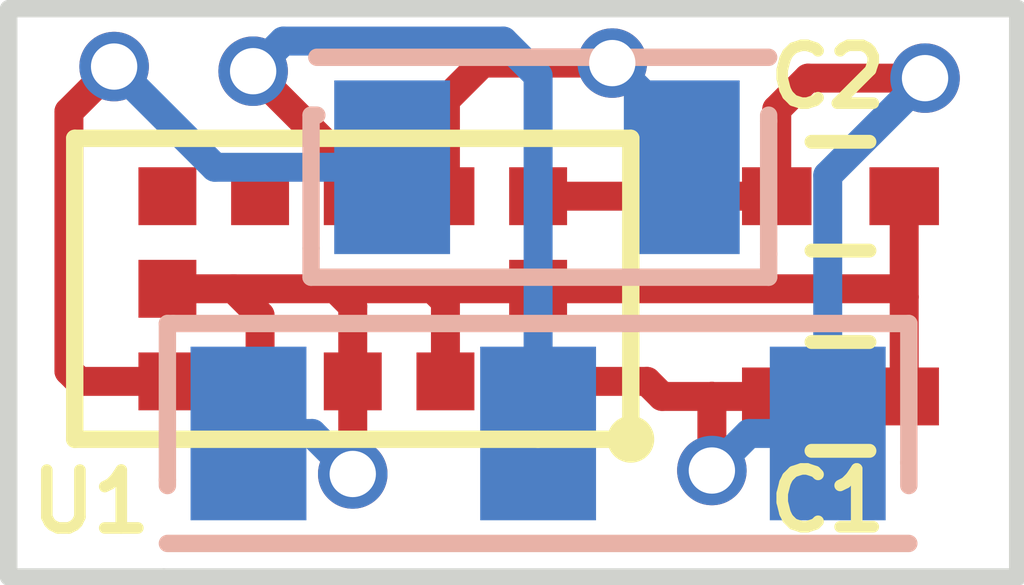
<source format=kicad_pcb>
(kicad_pcb (version 4) (host pcbnew 4.0.7-e2-6376~58~ubuntu16.04.1)

  (general
    (links 15)
    (no_connects 0)
    (area 143.914999 101.604999 152.775001 106.665001)
    (thickness 0.8)
    (drawings 6)
    (tracks 57)
    (zones 0)
    (modules 5)
    (nets 6)
  )

  (page A4)
  (layers
    (0 F.Cu signal)
    (31 B.Cu signal)
    (32 B.Adhes user)
    (33 F.Adhes user)
    (34 B.Paste user)
    (35 F.Paste user)
    (36 B.SilkS user)
    (37 F.SilkS user)
    (38 B.Mask user)
    (39 F.Mask user)
    (40 Dwgs.User user)
    (41 Cmts.User user)
    (42 Eco1.User user)
    (43 Eco2.User user)
    (44 Edge.Cuts user)
    (45 Margin user)
    (46 B.CrtYd user)
    (47 F.CrtYd user)
    (48 B.Fab user)
    (49 F.Fab user)
  )

  (setup
    (last_trace_width 0.25)
    (trace_clearance 0.2)
    (zone_clearance 0.508)
    (zone_45_only no)
    (trace_min 0.2)
    (segment_width 0.2)
    (edge_width 0.15)
    (via_size 0.6)
    (via_drill 0.4)
    (via_min_size 0.4)
    (via_min_drill 0.3)
    (uvia_size 0.3)
    (uvia_drill 0.1)
    (uvias_allowed no)
    (uvia_min_size 0.2)
    (uvia_min_drill 0.1)
    (pcb_text_width 0.3)
    (pcb_text_size 1.5 1.5)
    (mod_edge_width 0.15)
    (mod_text_size 0.5 0.5)
    (mod_text_width 0.1)
    (pad_size 1.524 1.524)
    (pad_drill 0.762)
    (pad_to_mask_clearance 0.2)
    (aux_axis_origin 0 0)
    (visible_elements FFFEFF7F)
    (pcbplotparams
      (layerselection 0x00030_80000001)
      (usegerberextensions false)
      (excludeedgelayer true)
      (linewidth 0.100000)
      (plotframeref false)
      (viasonmask false)
      (mode 1)
      (useauxorigin false)
      (hpglpennumber 1)
      (hpglpenspeed 20)
      (hpglpendiameter 15)
      (hpglpenoverlay 2)
      (psnegative false)
      (psa4output false)
      (plotreference true)
      (plotvalue true)
      (plotinvisibletext false)
      (padsonsilk false)
      (subtractmaskfromsilk false)
      (outputformat 1)
      (mirror false)
      (drillshape 1)
      (scaleselection 1)
      (outputdirectory ""))
  )

  (net 0 "")
  (net 1 VCC)
  (net 2 GND)
  (net 3 SCL)
  (net 4 SIGNAL)
  (net 5 SDA)

  (net_class Default "This is the default net class."
    (clearance 0.2)
    (trace_width 0.25)
    (via_dia 0.6)
    (via_drill 0.4)
    (uvia_dia 0.3)
    (uvia_drill 0.1)
    (add_net GND)
    (add_net SCL)
    (add_net SDA)
    (add_net SIGNAL)
    (add_net VCC)
  )

  (module ToFTop (layer B.Cu) (tedit 5B607013) (tstamp 5B606CF0)
    (at 148.55 103.3 180)
    (path /5B606E26)
    (fp_text reference J1 (at -0.06 0.22 180) (layer B.SilkS) hide
      (effects (font (size 0.5 0.5) (thickness 0.1)) (justify mirror))
    )
    (fp_text value Bottom (at 0.05 0.25 180) (layer B.Fab)
      (effects (font (size 0.5 0.5) (thickness 0.1)) (justify mirror))
    )
    (fp_line (start -2 -0.5) (end -2 0.65) (layer B.SilkS) (width 0.15))
    (fp_line (start -2 0.65) (end -2 0.7) (layer B.SilkS) (width 0.15))
    (fp_line (start -2 1.2) (end 1.9 1.2) (layer B.SilkS) (width 0.15))
    (fp_line (start 1.9 0.7) (end 1.95 0.7) (layer B.SilkS) (width 0.15))
    (fp_line (start 1.95 0.7) (end 1.95 -0.45) (layer B.SilkS) (width 0.15))
    (fp_line (start 1.95 -0.45) (end 1.95 -0.65) (layer B.SilkS) (width 0.15))
    (fp_line (start 1.95 -0.65) (end 1.95 -0.7) (layer B.SilkS) (width 0.15))
    (fp_line (start 1.95 -0.7) (end -2 -0.7) (layer B.SilkS) (width 0.15))
    (fp_line (start -2 -0.7) (end -2 -0.5) (layer B.SilkS) (width 0.15))
    (pad 1 smd rect (at -1.25 0.25 180) (size 1 1.5) (layers B.Cu B.Paste B.Mask)
      (net 3 SCL))
    (pad 2 smd rect (at 1.25 0.25 180) (size 1 1.5) (layers B.Cu B.Paste B.Mask)
      (net 4 SIGNAL))
  )

  (module ToFBottom (layer B.Cu) (tedit 5B607017) (tstamp 5B606CF5)
    (at 148.56 105.1 180)
    (path /5B606EF1)
    (fp_text reference J2 (at -1.37 -0.66 180) (layer B.SilkS) hide
      (effects (font (size 0.5 0.5) (thickness 0.1)) (justify mirror))
    )
    (fp_text value Top (at 0 -0.15 180) (layer B.Fab)
      (effects (font (size 0.5 0.5) (thickness 0.1)) (justify mirror))
    )
    (fp_line (start -3.2 -0.5) (end -3.2 0.65) (layer B.SilkS) (width 0.15))
    (fp_line (start -3.2 0.65) (end -3.2 0.7) (layer B.SilkS) (width 0.15))
    (fp_line (start -3.2 0.7) (end 3.15 0.7) (layer B.SilkS) (width 0.15))
    (fp_line (start 3.15 0.7) (end 3.2 0.7) (layer B.SilkS) (width 0.15))
    (fp_line (start 3.2 0.7) (end 3.2 -0.65) (layer B.SilkS) (width 0.15))
    (fp_line (start 3.2 -0.65) (end 3.2 -0.7) (layer B.SilkS) (width 0.15))
    (fp_line (start 3.2 -1.2) (end -3.2 -1.2) (layer B.SilkS) (width 0.15))
    (fp_line (start -3.2 -0.7) (end -3.2 -0.5) (layer B.SilkS) (width 0.15))
    (pad 1 smd rect (at -2.5 -0.25 180) (size 1 1.5) (layers B.Cu B.Paste B.Mask)
      (net 1 VCC))
    (pad 2 smd rect (at 0 -0.25 180) (size 1 1.5) (layers B.Cu B.Paste B.Mask)
      (net 5 SDA))
    (pad 3 smd rect (at 2.5 -0.25 180) (size 1 1.5) (layers B.Cu B.Paste B.Mask)
      (net 2 GND))
  )

  (module footprint:VL53L1X (layer F.Cu) (tedit 5B606FDC) (tstamp 5B600278)
    (at 148.56 104.9 90)
    (path /5B5FF9B9)
    (fp_text reference U1 (at -1.04 -3.86 360) (layer F.SilkS)
      (effects (font (size 0.5 0.5) (thickness 0.1)))
    )
    (fp_text value VL53L1X (at 0.73 -1.19 180) (layer F.Fab)
      (effects (font (size 0.5 0.5) (thickness 0.1)))
    )
    (fp_circle (center -0.5 0.8) (end -0.375 0.825) (layer F.SilkS) (width 0.15))
    (fp_line (start -0.5 0) (end -0.5 -4) (layer F.SilkS) (width 0.15))
    (fp_line (start -0.5 -4) (end 2.1 -4) (layer F.SilkS) (width 0.15))
    (fp_line (start 2.1 -4) (end 2.1 0.8) (layer F.SilkS) (width 0.15))
    (fp_line (start 2.1 0.8) (end -0.5 0.8) (layer F.SilkS) (width 0.15))
    (fp_line (start -0.5 0.8) (end -0.5 0) (layer F.SilkS) (width 0.15))
    (pad 1 smd rect (at 0 0 90) (size 0.5 0.5) (layers F.Cu F.Paste F.Mask)
      (net 1 VCC))
    (pad 2 smd rect (at 0 -0.8 90) (size 0.5 0.5) (layers F.Cu F.Paste F.Mask)
      (net 2 GND))
    (pad 3 smd rect (at 0 -1.6 90) (size 0.5 0.5) (layers F.Cu F.Paste F.Mask)
      (net 2 GND))
    (pad 4 smd rect (at 0 -2.4 90) (size 0.5 0.5) (layers F.Cu F.Paste F.Mask)
      (net 2 GND))
    (pad 5 smd rect (at 0 -3.2 90) (size 0.5 0.5) (layers F.Cu F.Paste F.Mask)
      (net 4 SIGNAL))
    (pad 6 smd rect (at 0.8 -3.2 90) (size 0.5 0.5) (layers F.Cu F.Paste F.Mask)
      (net 2 GND))
    (pad 7 smd rect (at 1.6 -3.2 90) (size 0.5 0.5) (layers F.Cu F.Paste F.Mask))
    (pad 8 smd rect (at 1.6 -2.4 90) (size 0.5 0.5) (layers F.Cu F.Paste F.Mask))
    (pad 9 smd rect (at 1.6 -1.6 90) (size 0.5 0.5) (layers F.Cu F.Paste F.Mask)
      (net 5 SDA))
    (pad 10 smd rect (at 1.6 -0.8 90) (size 0.5 0.5) (layers F.Cu F.Paste F.Mask)
      (net 3 SCL))
    (pad 11 smd rect (at 1.6 0 90) (size 0.5 0.5) (layers F.Cu F.Paste F.Mask)
      (net 1 VCC))
    (pad 12 smd rect (at 0.8 0 90) (size 0.5 0.5) (layers F.Cu F.Paste F.Mask)
      (net 2 GND))
    (pad 1 smd rect (at 0.125 0.3 90) (size 0.25 0.25) (layers F.Cu F.Paste F.Mask)
      (net 1 VCC))
  )

  (module Capacitors_SMD:C_0402 (layer F.Cu) (tedit 5B607171) (tstamp 5B606C00)
    (at 151.17 105.03)
    (descr "Capacitor SMD 0402, reflow soldering, AVX (see smccp.pdf)")
    (tags "capacitor 0402")
    (path /5B606704)
    (attr smd)
    (fp_text reference C1 (at -0.11 0.9 180) (layer F.SilkS)
      (effects (font (size 0.5 0.5) (thickness 0.1)))
    )
    (fp_text value 100n (at -0.025 0) (layer F.Fab)
      (effects (font (size 0.5 0.5) (thickness 0.1)))
    )
    (fp_text user %R (at -0.11 0.9) (layer F.Fab)
      (effects (font (size 0.5 0.5) (thickness 0.1)))
    )
    (fp_line (start -0.5 0.25) (end -0.5 -0.25) (layer F.Fab) (width 0.1))
    (fp_line (start 0.5 0.25) (end -0.5 0.25) (layer F.Fab) (width 0.1))
    (fp_line (start 0.5 -0.25) (end 0.5 0.25) (layer F.Fab) (width 0.1))
    (fp_line (start -0.5 -0.25) (end 0.5 -0.25) (layer F.Fab) (width 0.1))
    (fp_line (start 0.25 -0.47) (end -0.25 -0.47) (layer F.SilkS) (width 0.12))
    (fp_line (start -0.25 0.47) (end 0.25 0.47) (layer F.SilkS) (width 0.12))
    (fp_line (start -1 -0.4) (end 1 -0.4) (layer F.CrtYd) (width 0.05))
    (fp_line (start -1 -0.4) (end -1 0.4) (layer F.CrtYd) (width 0.05))
    (fp_line (start 1 0.4) (end 1 -0.4) (layer F.CrtYd) (width 0.05))
    (fp_line (start 1 0.4) (end -1 0.4) (layer F.CrtYd) (width 0.05))
    (pad 1 smd rect (at -0.55 0) (size 0.6 0.5) (layers F.Cu F.Paste F.Mask)
      (net 1 VCC))
    (pad 2 smd rect (at 0.55 0) (size 0.6 0.5) (layers F.Cu F.Paste F.Mask)
      (net 2 GND))
    (model Capacitors_SMD.3dshapes/C_0402.wrl
      (at (xyz 0 0 0))
      (scale (xyz 1 1 1))
      (rotate (xyz 0 0 0))
    )
  )

  (module Capacitors_SMD:C_0402 (layer F.Cu) (tedit 5B60715F) (tstamp 5B606C06)
    (at 151.17 103.3)
    (descr "Capacitor SMD 0402, reflow soldering, AVX (see smccp.pdf)")
    (tags "capacitor 0402")
    (path /5B60667F)
    (attr smd)
    (fp_text reference C2 (at -0.11 -1.03 180) (layer F.SilkS)
      (effects (font (size 0.5 0.5) (thickness 0.1)))
    )
    (fp_text value 4.7u (at 0.05 -0.05) (layer F.Fab)
      (effects (font (size 0.5 0.5) (thickness 0.1)))
    )
    (fp_text user %R (at -0.1 -1.04) (layer F.Fab)
      (effects (font (size 0.5 0.5) (thickness 0.1)))
    )
    (fp_line (start -0.5 0.25) (end -0.5 -0.25) (layer F.Fab) (width 0.1))
    (fp_line (start 0.5 0.25) (end -0.5 0.25) (layer F.Fab) (width 0.1))
    (fp_line (start 0.5 -0.25) (end 0.5 0.25) (layer F.Fab) (width 0.1))
    (fp_line (start -0.5 -0.25) (end 0.5 -0.25) (layer F.Fab) (width 0.1))
    (fp_line (start 0.25 -0.47) (end -0.25 -0.47) (layer F.SilkS) (width 0.12))
    (fp_line (start -0.25 0.47) (end 0.25 0.47) (layer F.SilkS) (width 0.12))
    (fp_line (start -1 -0.4) (end 1 -0.4) (layer F.CrtYd) (width 0.05))
    (fp_line (start -1 -0.4) (end -1 0.4) (layer F.CrtYd) (width 0.05))
    (fp_line (start 1 0.4) (end 1 -0.4) (layer F.CrtYd) (width 0.05))
    (fp_line (start 1 0.4) (end -1 0.4) (layer F.CrtYd) (width 0.05))
    (pad 1 smd rect (at -0.55 0) (size 0.6 0.5) (layers F.Cu F.Paste F.Mask)
      (net 1 VCC))
    (pad 2 smd rect (at 0.55 0) (size 0.6 0.5) (layers F.Cu F.Paste F.Mask)
      (net 2 GND))
    (model Capacitors_SMD.3dshapes/C_0402.wrl
      (at (xyz 0 0 0))
      (scale (xyz 1 1 1))
      (rotate (xyz 0 0 0))
    )
  )

  (gr_line (start 143.99 106.59) (end 145.33 106.59) (angle 90) (layer Edge.Cuts) (width 0.15))
  (gr_line (start 143.99 106.58) (end 143.99 106.59) (angle 90) (layer Edge.Cuts) (width 0.15))
  (gr_line (start 143.99 101.68) (end 143.99 106.58) (angle 90) (layer Edge.Cuts) (width 0.15))
  (gr_line (start 152.7 101.68) (end 143.99 101.68) (angle 90) (layer Edge.Cuts) (width 0.15))
  (gr_line (start 152.7 106.59) (end 152.7 101.68) (angle 90) (layer Edge.Cuts) (width 0.15))
  (gr_line (start 145.33 106.59) (end 152.7 106.59) (angle 90) (layer Edge.Cuts) (width 0.15))

  (segment (start 151.06 105.35) (end 151.06 103.12) (width 0.25) (layer B.Cu) (net 1))
  (segment (start 150.62 102.55) (end 150.62 103.3) (width 0.25) (layer F.Cu) (net 1) (tstamp 5B6070D7))
  (segment (start 150.89 102.28) (end 150.62 102.55) (width 0.25) (layer F.Cu) (net 1) (tstamp 5B6070D4))
  (segment (start 151.9 102.28) (end 150.89 102.28) (width 0.25) (layer F.Cu) (net 1) (tstamp 5B6070D3))
  (via (at 151.9 102.28) (size 0.6) (drill 0.4) (layers F.Cu B.Cu) (net 1))
  (segment (start 151.06 103.12) (end 151.9 102.28) (width 0.25) (layer B.Cu) (net 1) (tstamp 5B6070CF))
  (segment (start 151.06 105.35) (end 150.38 105.35) (width 0.25) (layer B.Cu) (net 1))
  (segment (start 150.06 105.67) (end 150.06 105.03) (width 0.25) (layer F.Cu) (net 1) (tstamp 5B6070C2))
  (via (at 150.06 105.67) (size 0.6) (drill 0.4) (layers F.Cu B.Cu) (net 1))
  (segment (start 150.38 105.35) (end 150.06 105.67) (width 0.25) (layer B.Cu) (net 1) (tstamp 5B6070C0))
  (segment (start 150.06 105.03) (end 150.06 105.13) (width 0.25) (layer F.Cu) (net 1) (tstamp 5B6070C3))
  (segment (start 150.06 105.13) (end 150.06 105.03) (width 0.25) (layer F.Cu) (net 1) (tstamp 5B6070C5))
  (segment (start 150.62 103.3) (end 148.56 103.3) (width 0.25) (layer F.Cu) (net 1))
  (segment (start 150.62 105.03) (end 150.06 105.03) (width 0.25) (layer F.Cu) (net 1))
  (segment (start 150.06 105.03) (end 149.63 105.03) (width 0.25) (layer F.Cu) (net 1) (tstamp 5B6070C6))
  (segment (start 149.5 104.9) (end 148.56 104.9) (width 0.25) (layer F.Cu) (net 1) (tstamp 5B6070A9))
  (segment (start 149.63 105.03) (end 149.5 104.9) (width 0.25) (layer F.Cu) (net 1) (tstamp 5B6070A8))
  (segment (start 148.56 104.9) (end 148.735 104.9) (width 0.25) (layer F.Cu) (net 1))
  (segment (start 148.735 104.9) (end 148.86 104.775) (width 0.25) (layer F.Cu) (net 1) (tstamp 5B6070A5))
  (segment (start 146.96 104.9) (end 146.96 105.7) (width 0.25) (layer F.Cu) (net 2))
  (segment (start 146.61 105.35) (end 146.06 105.35) (width 0.25) (layer B.Cu) (net 2) (tstamp 5B6070BD))
  (segment (start 146.96 105.7) (end 146.61 105.35) (width 0.25) (layer B.Cu) (net 2) (tstamp 5B6070BC))
  (via (at 146.96 105.7) (size 0.6) (drill 0.4) (layers F.Cu B.Cu) (net 2))
  (segment (start 146.16 104.9) (end 146.16 104.33) (width 0.25) (layer F.Cu) (net 2))
  (segment (start 146.16 104.33) (end 145.93 104.1) (width 0.25) (layer F.Cu) (net 2) (tstamp 5B6070B5))
  (segment (start 148.56 104.1) (end 151.65 104.1) (width 0.25) (layer F.Cu) (net 2))
  (segment (start 151.65 104.1) (end 151.72 104.17) (width 0.25) (layer F.Cu) (net 2) (tstamp 5B6070B0))
  (segment (start 151.72 103.3) (end 151.72 104.17) (width 0.25) (layer F.Cu) (net 2))
  (segment (start 151.72 104.17) (end 151.72 105.03) (width 0.25) (layer F.Cu) (net 2) (tstamp 5B6070B3))
  (segment (start 148.56 104.1) (end 147.65 104.1) (width 0.25) (layer F.Cu) (net 2))
  (segment (start 147.76 104.9) (end 147.76 104.21) (width 0.25) (layer F.Cu) (net 2))
  (segment (start 147.65 104.1) (end 146.81 104.1) (width 0.25) (layer F.Cu) (net 2) (tstamp 5B6070A0))
  (segment (start 147.76 104.21) (end 147.65 104.1) (width 0.25) (layer F.Cu) (net 2) (tstamp 5B60709F))
  (segment (start 145.36 104.1) (end 145.93 104.1) (width 0.25) (layer F.Cu) (net 2))
  (segment (start 145.93 104.1) (end 146.81 104.1) (width 0.25) (layer F.Cu) (net 2) (tstamp 5B6070B8))
  (segment (start 146.96 104.25) (end 146.96 104.9) (width 0.25) (layer F.Cu) (net 2) (tstamp 5B60709C))
  (segment (start 146.81 104.1) (end 146.96 104.25) (width 0.25) (layer F.Cu) (net 2) (tstamp 5B60709B))
  (segment (start 147.76 103.3) (end 147.76 102.47) (width 0.25) (layer F.Cu) (net 3))
  (segment (start 149.2 102.15) (end 149.8 102.75) (width 0.25) (layer B.Cu) (net 3) (tstamp 5B6070CB))
  (via (at 149.2 102.15) (size 0.6) (drill 0.4) (layers F.Cu B.Cu) (net 3))
  (segment (start 148.08 102.15) (end 149.2 102.15) (width 0.25) (layer F.Cu) (net 3) (tstamp 5B6070C9))
  (segment (start 147.76 102.47) (end 148.08 102.15) (width 0.25) (layer F.Cu) (net 3) (tstamp 5B6070C8))
  (segment (start 149.8 102.75) (end 149.8 103.05) (width 0.25) (layer B.Cu) (net 3) (tstamp 5B6070CC))
  (segment (start 145.36 104.9) (end 144.6 104.9) (width 0.25) (layer F.Cu) (net 4))
  (segment (start 145.77 103.05) (end 147.3 103.05) (width 0.25) (layer B.Cu) (net 4) (tstamp 5B6070EF))
  (segment (start 144.9 102.18) (end 145.77 103.05) (width 0.25) (layer B.Cu) (net 4) (tstamp 5B6070EE))
  (via (at 144.9 102.18) (size 0.6) (drill 0.4) (layers F.Cu B.Cu) (net 4))
  (segment (start 144.51 102.57) (end 144.9 102.18) (width 0.25) (layer F.Cu) (net 4) (tstamp 5B6070E3))
  (segment (start 144.51 104.81) (end 144.51 102.57) (width 0.25) (layer F.Cu) (net 4) (tstamp 5B6070E0))
  (segment (start 144.6 104.9) (end 144.51 104.81) (width 0.25) (layer F.Cu) (net 4) (tstamp 5B6070DE))
  (segment (start 148.56 105.35) (end 148.56 102.26) (width 0.25) (layer B.Cu) (net 5))
  (segment (start 146.1 102.22) (end 146.96 103.08) (width 0.25) (layer F.Cu) (net 5) (tstamp 5B607115))
  (via (at 146.1 102.22) (size 0.6) (drill 0.4) (layers F.Cu B.Cu) (net 5))
  (segment (start 146.36 101.96) (end 146.1 102.22) (width 0.25) (layer B.Cu) (net 5) (tstamp 5B607110))
  (segment (start 148.26 101.96) (end 146.36 101.96) (width 0.25) (layer B.Cu) (net 5) (tstamp 5B607101))
  (segment (start 148.56 102.26) (end 148.26 101.96) (width 0.25) (layer B.Cu) (net 5) (tstamp 5B6070F9))
  (segment (start 146.96 103.08) (end 146.96 103.3) (width 0.25) (layer F.Cu) (net 5) (tstamp 5B607116))

)

</source>
